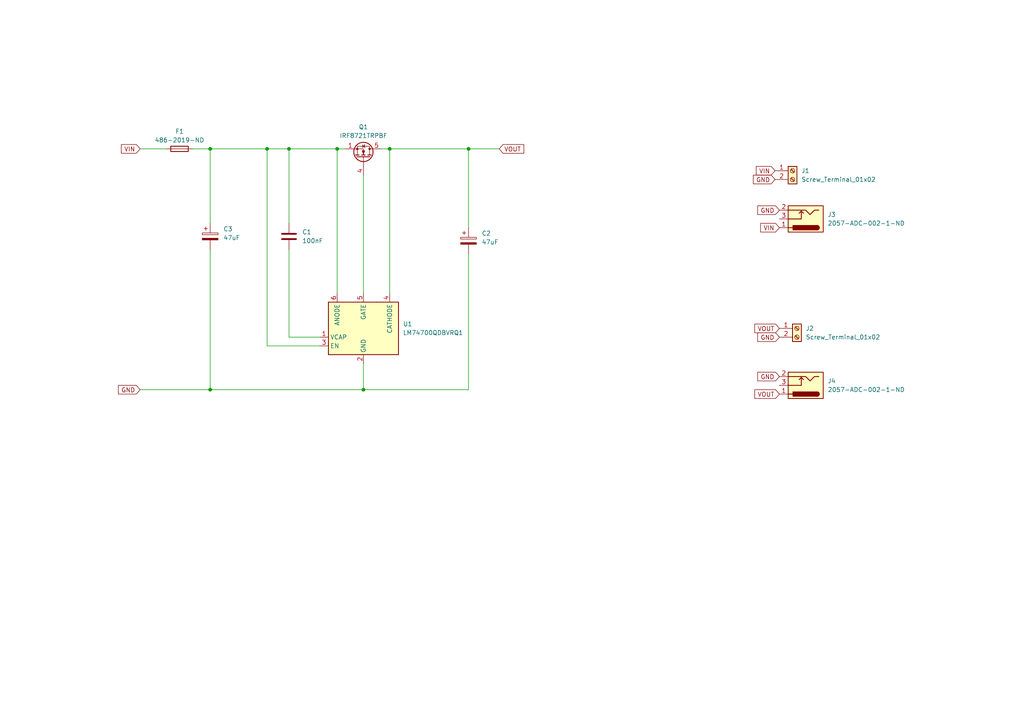
<source format=kicad_sch>
(kicad_sch (version 20230121) (generator eeschema)
  (paper "A4")
  (title_block (title "Ideale Diode") (date "2024-03-10") (rev "0.1"))
  (lib_symbols
    (symbol "Connector:Barrel_Jack_Switch" (pin_names hide)
      (property "Reference" "J" (at 0 5.334 0))
      (property "Value" "Barrel_Jack_Switch" (at 0 -5.08 0))
      (symbol "Barrel_Jack_Switch_0_1"
        (rectangle (start -5.08 3.81) (end 5.08 -3.81) (stroke (width 0.254)) (fill (type background)))
        (arc (start -3.302 3.175) (mid -3.9343 2.54) (end -3.302 1.905) (stroke (width 0.254)))
        (arc (start -3.302 3.175) (mid -3.9343 2.54) (end -3.302 1.905) (stroke (width 0.254)) (fill (type outline)))
        (polyline (pts (xy 1.27 -2.286) (xy 1.905 -1.651)) (stroke (width 0.254)))
        (polyline (pts (xy 5.08 2.54) (xy 3.81 2.54)) (stroke (width 0.254)))
        (polyline (pts (xy 5.08 0) (xy 1.27 0) (xy 1.27 -2.286) (xy 0.635 -1.651)) (stroke (width 0.254)))
        (polyline (pts (xy -3.81 -2.54) (xy -2.54 -2.54) (xy -1.27 -1.27) (xy 0 -2.54) (xy 2.54 -2.54) (xy 5.08 -2.54)) (stroke (width 0.254)))
        (rectangle (start 3.683 3.175) (end -3.302 1.905) (stroke (width 0.254)) (fill (type outline)))
      )
      (symbol "Barrel_Jack_Switch_1_1"
        (pin passive line (at 7.62 2.54 180) (length 2.54) (name "~") (number "1"))
        (pin passive line (at 7.62 -2.54 180) (length 2.54) (name "~") (number "2"))
        (pin passive line (at 7.62 0 180) (length 2.54) (name "~") (number "3"))
      )
    )
    (symbol "Connector:Screw_Terminal_01x02" (pin_names (offset 1.016) hide)
      (property "Reference" "J" (at 0 2.54 0))
      (property "Value" "Screw_Terminal_01x02" (at 0 -5.08 0))
      (symbol "Screw_Terminal_01x02_1_1"
        (rectangle (start -1.27 1.27) (end 1.27 -3.81) (stroke (width 0.254)) (fill (type background)))
        (circle (center 0 -2.54) (radius 0.635) (stroke (width 0.1524)))
        (polyline (pts (xy -0.5334 -2.2098) (xy 0.3302 -3.048)) (stroke (width 0.1524)))
        (polyline (pts (xy -0.5334 0.3302) (xy 0.3302 -0.508)) (stroke (width 0.1524)))
        (polyline (pts (xy -0.3556 -2.032) (xy 0.508 -2.8702)) (stroke (width 0.1524)))
        (polyline (pts (xy -0.3556 0.508) (xy 0.508 -0.3302)) (stroke (width 0.1524)))
        (circle (center 0 0) (radius 0.635) (stroke (width 0.1524)))
        (pin passive line (at -5.08 0 0) (length 3.81) (name "Pin_1") (number "1"))
        (pin passive line (at -5.08 -2.54 0) (length 3.81) (name "Pin_2") (number "2"))
      )
    )
    (symbol "Device:C" (pin_numbers hide) (pin_names (offset 0.254))
      (property "Reference" "C" (at 0.635 2.54 0))
      (property "Value" "C" (at 0.635 -2.54 0))
      (symbol "C_0_1"
        (polyline (pts (xy -2.032 -0.762) (xy 2.032 -0.762)) (stroke (width 0.508)))
        (polyline (pts (xy -2.032 0.762) (xy 2.032 0.762)) (stroke (width 0.508)))
      )
      (symbol "C_1_1"
        (pin passive line (at 0 3.81 270) (length 2.794) (name "~") (number "1"))
        (pin passive line (at 0 -3.81 90) (length 2.794) (name "~") (number "2"))
      )
    )
    (symbol "Device:C_Polarized" (pin_numbers hide) (pin_names (offset 0.254))
      (property "Reference" "C" (at 0.635 2.54 0))
      (property "Value" "C_Polarized" (at 0.635 -2.54 0))
      (symbol "C_Polarized_0_1"
        (rectangle (start -2.286 0.508) (end 2.286 1.016))
        (polyline (pts (xy -1.778 2.286) (xy -0.762 2.286)))
        (polyline (pts (xy -1.27 2.794) (xy -1.27 1.778)))
        (rectangle (start 2.286 -0.508) (end -2.286 -1.016) (fill (type outline)))
      )
      (symbol "C_Polarized_1_1"
        (pin passive line (at 0 3.81 270) (length 2.794) (name "~") (number "1"))
        (pin passive line (at 0 -3.81 90) (length 2.794) (name "~") (number "2"))
      )
    )
    (symbol "Device:Fuse" (pin_numbers hide) (pin_names (offset 0))
      (property "Reference" "F" (at 2.032 0 90))
      (property "Value" "Fuse" (at -1.905 0 90))
      (symbol "Fuse_0_1"
        (rectangle (start -0.762 -2.54) (end 0.762 2.54) (stroke (width 0.254)))
        (polyline (pts (xy 0 2.54) (xy 0 -2.54)))
      )
      (symbol "Fuse_1_1"
        (pin passive line (at 0 3.81 270) (length 1.27) (name "~") (number "1"))
        (pin passive line (at 0 -3.81 90) (length 1.27) (name "~") (number "2"))
      )
    )
    (symbol "Power_Management:LM74700"
      (property "Reference" "U" (at -9.525 -8.89 0))
      (property "Value" "LM74700" (at 7.62 -8.89 0))
      (symbol "LM74700_0_1"
        (rectangle (start -10.16 7.62) (end 10.16 -7.62) (stroke (width 0.254)) (fill (type background)))
      )
      (symbol "LM74700_1_1"
        (pin passive line (at -12.7 -2.54 0) (length 2.54) (name "VCAP") (number "1"))
        (pin power_in line (at 0 -10.16 90) (length 2.54) (name "GND") (number "2"))
        (pin input line (at -12.7 -5.08 0) (length 2.54) (name "EN") (number "3"))
        (pin input line (at 7.62 10.16 270) (length 2.54) (name "CATHODE") (number "4"))
        (pin output line (at 0 10.16 270) (length 2.54) (name "GATE") (number "5"))
        (pin power_in line (at -7.62 10.16 270) (length 2.54) (name "ANODE") (number "6"))
      )
    )
    (symbol "Transistor_FET:IRF8721PBF-1" (pin_names hide)
      (property "Reference" "Q" (at 5.08 2.54 0))
      (property "Value" "IRF8721PBF-1" (at 5.08 0 0))
      (symbol "IRF8721PBF-1_0_1"
        (polyline (pts (xy 0.254 0) (xy -2.54 0)))
        (polyline (pts (xy 0.254 1.905) (xy 0.254 -1.905)) (stroke (width 0.254)))
        (polyline (pts (xy 0.762 -1.27) (xy 0.762 -2.286)) (stroke (width 0.254)))
        (polyline (pts (xy 0.762 0.508) (xy 0.762 -0.508)) (stroke (width 0.254)))
        (polyline (pts (xy 0.762 2.286) (xy 0.762 1.27)) (stroke (width 0.254)))
        (polyline (pts (xy 2.54 2.54) (xy 2.54 1.778)))
        (polyline (pts (xy 2.54 -2.54) (xy 2.54 0) (xy 0.762 0)))
        (polyline (pts (xy 0.762 -1.778) (xy 3.302 -1.778) (xy 3.302 1.778) (xy 0.762 1.778)))
        (polyline (pts (xy 1.016 0) (xy 2.032 0.381) (xy 2.032 -0.381) (xy 1.016 0)) (fill (type outline)))
        (polyline (pts (xy 2.794 0.508) (xy 2.921 0.381) (xy 3.683 0.381) (xy 3.81 0.254)))
        (polyline (pts (xy 3.302 0.381) (xy 2.921 -0.254) (xy 3.683 -0.254) (xy 3.302 0.381)))
        (circle (center 1.651 0) (radius 2.794) (stroke (width 0.254)))
        (circle (center 2.54 -1.778) (radius 0.254) (fill (type outline)))
        (circle (center 2.54 1.778) (radius 0.254) (fill (type outline)))
      )
      (symbol "IRF8721PBF-1_1_1"
        (pin passive line (at 2.54 -5.08 90) (length 2.54) (name "S") (number "1"))
        (pin passive line (at 2.54 -5.08 90) (length 2.54) hide (name "S") (number "2"))
        (pin passive line (at 2.54 -5.08 90) (length 2.54) hide (name "S") (number "3"))
        (pin input line (at -5.08 0 0) (length 2.54) (name "G") (number "4"))
        (pin passive line (at 2.54 5.08 270) (length 2.54) (name "D") (number "5"))
        (pin passive line (at 2.54 5.08 270) (length 2.54) hide (name "D") (number "6"))
        (pin passive line (at 2.54 5.08 270) (length 2.54) hide (name "D") (number "7"))
        (pin passive line (at 2.54 5.08 270) (length 2.54) hide (name "D") (number "8"))
      )
    )
  )
  (junction (at 60.96 43.18))
  (junction (at 105.41 113.03))
  (junction (at 60.96 113.03))
  (junction (at 77.47 43.18))
  (junction (at 83.82 43.18))
  (junction (at 97.79 43.18))
  (junction (at 135.89 43.18))
  (junction (at 113.03 43.18))
  (wire (pts (xy 135.89 73.66) (xy 135.89 113.03)))
  (wire (pts (xy 40.64 113.03) (xy 60.96 113.03)))
  (wire (pts (xy 135.89 43.18) (xy 135.89 66.04)))
  (wire (pts (xy 60.96 113.03) (xy 105.41 113.03)))
  (wire (pts (xy 83.82 97.79) (xy 92.71 97.79)))
  (wire (pts (xy 77.47 100.33) (xy 77.47 43.18)))
  (wire (pts (xy 105.41 50.8) (xy 105.41 85.09)))
  (wire (pts (xy 105.41 113.03) (xy 135.89 113.03)))
  (wire (pts (xy 97.79 85.09) (xy 97.79 43.18)))
  (wire (pts (xy 97.79 43.18) (xy 100.33 43.18)))
  (wire (pts (xy 105.41 113.03) (xy 105.41 105.41)))
  (wire (pts (xy 77.47 43.18) (xy 83.82 43.18)))
  (wire (pts (xy 60.96 43.18) (xy 77.47 43.18)))
  (wire (pts (xy 135.89 43.18) (xy 113.03 43.18)))
  (wire (pts (xy 40.64 43.18) (xy 48.26 43.18)))
  (wire (pts (xy 60.96 72.39) (xy 60.96 113.03)))
  (wire (pts (xy 92.71 100.33) (xy 77.47 100.33)))
  (wire (pts (xy 55.88 43.18) (xy 60.96 43.18)))
  (wire (pts (xy 113.03 43.18) (xy 113.03 85.09)))
  (wire (pts (xy 60.96 43.18) (xy 60.96 64.77)))
  (wire (pts (xy 83.82 64.77) (xy 83.82 43.18)))
  (wire (pts (xy 110.49 43.18) (xy 113.03 43.18)))
  (wire (pts (xy 135.89 43.18) (xy 144.78 43.18)))
  (wire (pts (xy 83.82 43.18) (xy 97.79 43.18)))
  (wire (pts (xy 83.82 72.39) (xy 83.82 97.79)))
  (global_label "GND" (shape input) (at 226.06 97.79 180) (property "Intersheetrefs" "${INTERSHEET_REFS}" (effects hide)))
  (global_label "VOUT" (shape input) (at 226.06 95.25 180) (property "Intersheetrefs" "${INTERSHEET_REFS}" (effects hide)))
  (global_label "VOUT" (shape input) (at 226.06 114.3 180) (property "Intersheetrefs" "${INTERSHEET_REFS}" (effects hide)))
  (global_label "GND" (shape input) (at 40.64 113.03 180) (property "Intersheetrefs" "${INTERSHEET_REFS}" (effects hide)))
  (global_label "GND" (shape input) (at 226.06 109.22 180) (property "Intersheetrefs" "${INTERSHEET_REFS}" (effects hide)))
  (global_label "VIN" (shape input) (at 224.79 49.53 180) (property "Intersheetrefs" "${INTERSHEET_REFS}" (effects hide)))
  (global_label "VIN" (shape input) (at 40.64 43.18 180) (property "Intersheetrefs" "${INTERSHEET_REFS}" (effects hide)))
  (global_label "VOUT" (shape input) (at 144.78 43.18 0) (property "Intersheetrefs" "${INTERSHEET_REFS}" (effects hide)))
  (global_label "GND" (shape input) (at 226.06 60.96 180) (property "Intersheetrefs" "${INTERSHEET_REFS}" (effects hide)))
  (global_label "VIN" (shape input) (at 226.06 66.04 180) (property "Intersheetrefs" "${INTERSHEET_REFS}" (effects hide)))
  (global_label "GND" (shape input) (at 224.79 52.07 180) (property "Intersheetrefs" "${INTERSHEET_REFS}" (effects hide)))
  (symbol (lib_id "Connector:Screw_Terminal_01x02") (at 231.14 95.25 0) (unit 1)
    (property "Reference" "J2" (at 233.68 95.25 0) (effects (justify left)))
    (property "Value" "Screw_Terminal_01x02" (at 233.68 97.79 0) (effects (justify left)))
    (property "Footprint" "TerminalBlock:TerminalBlock_bornier-2_P5.08mm" (effects hide))
  )
  (symbol (lib_id "Device:C_Polarized") (at 60.96 68.58 0) (unit 1)
    (property "Reference" "C3" (at 64.77 66.421 0) (effects (justify left)))
    (property "Value" "47uF" (at 64.77 68.961 0) (effects (justify left)))
    (property "Footprint" "Capacitor_THT:CP_Radial_D6.3mm_P2.50mm" (effects hide))
  )
  (symbol (lib_id "Device:C_Polarized") (at 135.89 69.85 0) (unit 1)
    (property "Reference" "C2" (at 139.7 67.691 0) (effects (justify left)))
    (property "Value" "47uF" (at 139.7 70.231 0) (effects (justify left)))
    (property "Footprint" "Capacitor_THT:CP_Radial_D6.3mm_P2.50mm" (effects hide))
  )
  (symbol (lib_id "Device:C") (at 83.82 68.58 0) (unit 1)
    (property "Reference" "C1" (at 87.63 67.31 0) (effects (justify left)))
    (property "Value" "100nF" (at 87.63 69.85 0) (effects (justify left)))
    (property "Footprint" "Capacitor_SMD:C_1206_3216Metric" (effects hide))
  )
  (symbol (lib_id "Power_Management:LM74700") (at 105.41 95.25 0) (unit 1)
    (property "Reference" "U1" (at 116.84 93.98 0) (effects (justify left)))
    (property "Value" "LM74700QDBVRQ1" (at 116.84 96.52 0) (effects (justify left)))
    (property "Footprint" "Package_TO_SOT_SMD:SOT-23-6" (effects hide))
    (property "Datasheet" "http://www.ti.com/lit/gpn/LM74700-Q1" (effects hide))
    (property "DigiKey" "https://www.digikey.de/de/products/detail/texas-instruments/LM74700QDBVRQ1/10434692" (effects hide))
  )
  (symbol (lib_id "Connector:Barrel_Jack_Switch") (at 233.68 111.76 180) (unit 1)
    (property "Reference" "J4" (at 240.03 110.49 0) (effects (justify right)))
    (property "Value" "2057-ADC-002-1-ND" (at 240.03 113.03 0) (effects (justify right)))
    (property "DigiKey" "https://www.digikey.de/de/products/detail/adam-tech/ADC-002-1/21710741?s=N4IgTCBcDa4AwFYDsBaAggEQMIrnMKAjCgHIYgC6AvkA" (effects hide))
  )
  (symbol (lib_id "Device:Fuse") (at 52.07 43.18 90) (unit 1)
    (property "Reference" "F1" (at 52.07 38.1 90))
    (property "Value" "486-2019-ND" (at 52.07 40.64 90))
    (property "Footprint" "Fuse:Fuseholder_Clip-5x20mm_Littelfuse_519_Inline_P20.60x5.00mm_D1.00mm_Horizontal" (effects hide))
    (property "DigiKey" "https://www.digikey.hk/en/products/detail/schurter-inc/0751-0110/1730658" (effects hide))
  )
  (symbol (lib_id "Connector:Barrel_Jack_Switch") (at 233.68 63.5 180) (unit 1)
    (property "Reference" "J3" (at 240.03 62.23 0) (effects (justify right)))
    (property "Value" "2057-ADC-002-1-ND" (at 240.03 64.77 0) (effects (justify right)))
    (property "DigiKey" "https://www.digikey.de/de/products/detail/adam-tech/ADC-002-1/21710741?s=N4IgTCBcDa4AwFYDsBaAggEQMIrnMKAjCgHIYgC6AvkA" (effects hide))
  )
  (symbol (lib_id "Transistor_FET:IRF8721PBF-1") (at 105.41 45.72 270) (mirror x) (unit 1)
    (property "Reference" "Q1" (at 105.41 36.83 90))
    (property "Value" "IRF8721TRPBF" (at 105.41 39.37 90))
    (property "Footprint" "Package_SO:SOIC-8_3.9x4.9mm_P1.27mm" (effects hide))
    (property "Datasheet" "http://www.irf.com/product-info/datasheets/data/irf8721pbf-1.pdf" (effects hide))
    (property "DigiKey" "https://www.digikey.de/de/products/detail/infineon-technologies/IRF8721TRPBF/1925345" (effects hide))
  )
  (symbol (lib_id "Connector:Screw_Terminal_01x02") (at 229.87 49.53 0) (unit 1)
    (property "Reference" "J1" (at 232.41 49.53 0) (effects (justify left)))
    (property "Value" "Screw_Terminal_01x02" (at 232.41 52.07 0) (effects (justify left)))
    (property "Footprint" "TerminalBlock:TerminalBlock_bornier-2_P5.08mm" (effects hide))
  )
)
</source>
